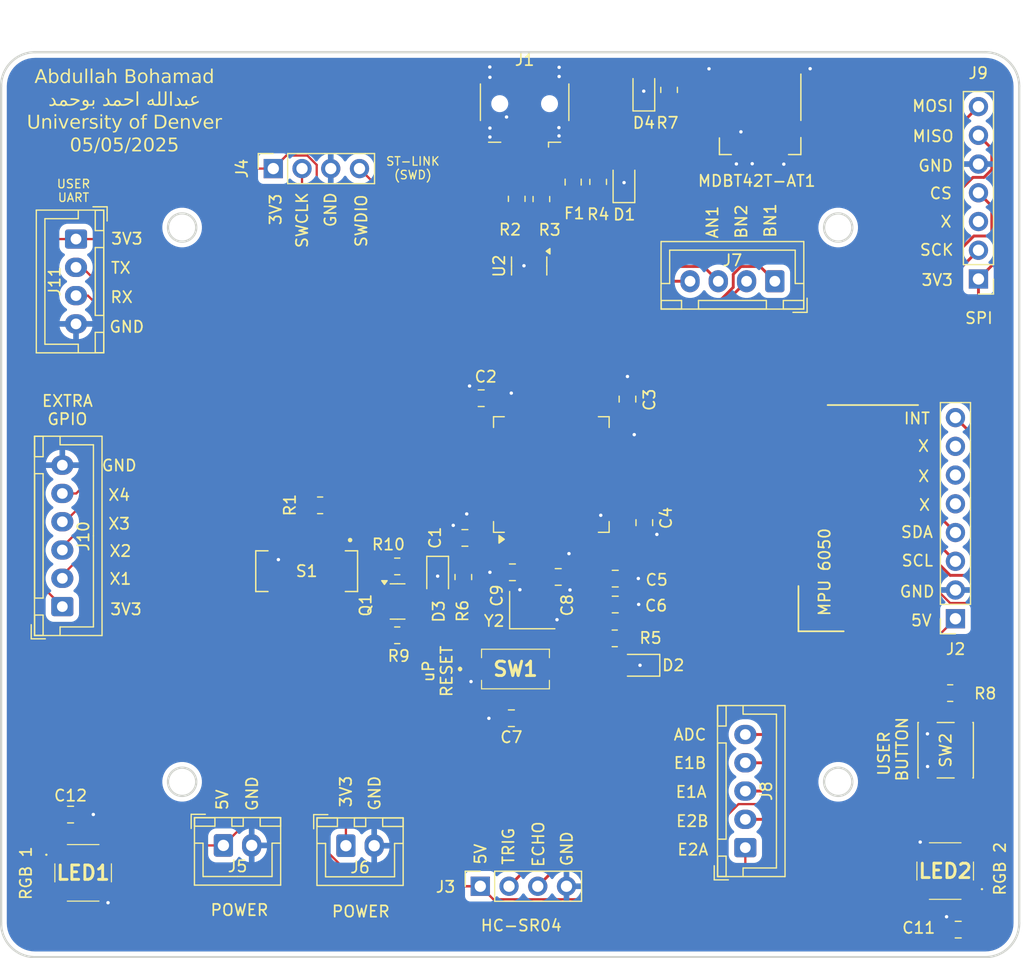
<source format=kicad_pcb>
(kicad_pcb (version 20241229) (generator "pcbnew") (generator_version "9.0")
  (layers (0 "F.Cu" signal) (2 "B.Cu" signal) (13 "F.Paste" user) (15 "B.Paste" user) (5 "F.SilkS" user "F.Silkscreen") (7 "B.SilkS" user "B.Silkscreen") (1 "F.Mask" user) (3 "B.Mask" user) (25 "Edge.Cuts" user))
  (net 0 "")
  (net 2 "/PS2_SCK")
  (net 3 "/PS2_MISO")
  (net 5 "/PS2_CS")
  (net 6 "/PS2_MOSI")
  (net 7 "Net-(U1-PA1)")
  (net 9 "/X4")
  (net 10 "/X3")
  (net 11 "/X1")
  (net 12 "/X2")
  (net 13 "/USER_TX")
  (net 16 "/USER_RX")
  (net 21 "/RESET")
  (net 28 "+3V3")
  (net 29 "GND")
  (net 33 "Net-(R1-Pad2)")
  (net 34 "/BOOT")
  (net 35 "/OSC_OUT")
  (net 36 "/OSC_IN")
  (net 37 "Net-(D1-A)")
  (net 39 "/D+")
  (net 40 "/D-")
  (net 41 "Net-(J1-VBUS)")
  (net 42 "/USB_CONN_D+")
  (net 43 "/USB_CONN_D-")
  (net 44 "Vusb")
  (net 45 "/USB_D+")
  (net 46 "/USB_D-")
  (net 47 "Net-(D2-A)")
  (net 48 "Net-(D3-A)")
  (net 49 "/USER_LED")
  (net 51 "+5V")
  (net 52 "/IMU_INT")
  (net 54 "/IMU_I2C_SCL")
  (net 56 "/IMU_I2C_SDA")
  (net 65 "Net-(D4-A)")
  (net 66 "/BL_WAKEUP")
  (net 67 "/BL_RX")
  (net 68 "/BL_TX")
  (net 69 "Net-(MDBT42T-AT1-INDICATOR)")
  (net 70 "/ULTRA_TRIG")
  (net 71 "/ULTRA_ECHO")
  (net 72 "/SWCLK")
  (net 73 "/SWDIO")
  (net 74 "/uBUTTON")
  (net 75 "/BN1")
  (net 76 "/AN1")
  (net 77 "/AN2")
  (net 78 "/BN2")
  (net 79 "/E2A")
  (net 80 "/E2B")
  (net 81 "/E1A")
  (net 82 "/E1B")
  (net 83 "/PWR_ADC")
  (net 84 "Net-(LED1-DOUT)")
  (net 85 "Net-(LED1-DIN)")
  (net 87 "/RGB_DIN")
  (footprint "Resistor_SMD:R_0805_2012Metric_Pad1.20x1.40mm_HandSolder" (layer "F.Cu") (at 137.68 42.715 -90)
    (property "Reference" "R2")
    (property "Value" "22")
  )
  (footprint "Package_QFP:LQFP-64_10x10mm_P0.5mm" (layer "F.Cu") (at 140.74 67.085 90)
    (property "Reference" "U1" (hide yes))
    (property "Value" "STM32F103RCTx")
  )
  (footprint "Resistor_SMD:R_0805_2012Metric_Pad1.20x1.40mm_HandSolder" (layer "F.Cu") (at 127.1175 81.3 180)
    (property "Reference" "R9")
    (property "Value" "10k")
  )
  (footprint "Resistor_SMD:R_0805_2012Metric_Pad1.20x1.40mm_HandSolder" (layer "F.Cu") (at 139.86 42.735 90)
    (property "Reference" "R3")
    (property "Value" "22")
  )
  (footprint "Capacitor_SMD:C_0805_2012Metric_Pad1.18x1.45mm_HandSolder" (layer "F.Cu") (at 98.2375 97.15)
    (property "Reference" "C12")
    (property "Value" "0.1uF")
  )
  (footprint "Connector_JST:JST_XH_B2B-XH-A_1x02_P2.50mm_Vertical" (layer "F.Cu") (at 122.58 99.9)
    (property "Reference" "J6")
    (property "Value" "CONN_3V3")
  )
  (footprint "Connector_PinHeader_2.54mm:PinHeader_1x07_P2.54mm_Vertical" (layer "F.Cu") (at 178.5 49.8 180)
    (property "Reference" "J9")
    (property "Value" "CONN_PS2")
  )
  (footprint "Connector_JST:JST_XH_B5B-XH-A_1x05_P2.50mm_Vertical" (layer "F.Cu") (at 157.89 100.07 90)
    (property "Reference" "J8")
    (property "Value" "CONN_HAL")
  )
  (footprint "Connector_PinSocket_2.54mm:PinSocket_1x08_P2.54mm_Vertical" (layer "F.Cu") (at 176.465 79.835 180)
    (property "Reference" "J2")
    (property "Value" "CONN_MPU6050")
  )
  (footprint "LED_SMD:LED_0805_2012Metric_Pad1.15x1.40mm_HandSolder" (layer "F.Cu") (at 148.92 33.085 90)
    (property "Reference" "D4")
    (property "Value" "BL_IND_LED")
  )
  (footprint "Package_TO_SOT_SMD:SOT-23" (layer "F.Cu") (at 127.1475 78.31)
    (property "Reference" "Q1")
    (property "Value" "BSS138")
  )
  (footprint "LED_SMD:LED_0805_2012Metric_Pad1.15x1.40mm_HandSolder" (layer "F.Cu") (at 130.69 76.18 -90)
    (property "Reference" "D3")
    (property "Value" "USER_LED")
  )
  (footprint "Resistor_SMD:R_0805_2012Metric_Pad1.20x1.40mm_HandSolder" (layer "F.Cu") (at 146.3475 81.57)
    (property "Reference" "R5")
    (property "Value" "10k")
  )
  (footprint "RGB_LED:INPI55TATPRPGPB" (layer "F.Cu") (at 99.35 102.3)
    (property "Reference" "LED1")
    (property "Value" "IN-PI55TATPRPGPB" (hide yes))
  )
  (footprint "Fuse:Fuse_0805_2012Metric_Pad1.15x1.40mm_HandSolder" (layer "F.Cu") (at 142.67 41.235 -90)
    (property "Reference" "F1")
    (property "Value" "PTCSMD")
  )
  (footprint "Capacitor_SMD:C_0805_2012Metric_Pad1.18x1.45mm_HandSolder" (layer "F.Cu") (at 137.3 75.73 180)
    (property "Reference" "C9")
    (property "Value" "22pF")
  )
  (footprint "Resistor_SMD:R_0805_2012Metric_Pad1.20x1.40mm_HandSolder" (layer "F.Cu") (at 127.1175 75.21 180)
    (property "Reference" "R10")
    (property "Value" "10k")
  )
  (footprint "Connector_PinSocket_2.54mm:PinSocket_1x04_P2.54mm_Vertical" (layer "F.Cu") (at 116.16 40.04 90)
    (property "Reference" "J4")
    (property "Value" "CONN_SWD")
  )
  (footprint "Resistor_SMD:R_0805_2012Metric_Pad1.20x1.40mm_HandSolder" (layer "F.Cu") (at 176 86.41)
    (property "Reference" "R8")
    (property "Value" "10k")
  )
  (footprint "Connector_JST:JST_XH_B4B-XH-A_1x04_P2.50mm_Vertical" (layer "F.Cu") (at 98.72 46.27 -90)
    (property "Reference" "J11")
    (property "Value" "CONN_UART")
  )
  (footprint "MDBT42T-AT:MDBT42T" (layer "F.Cu") (at 159.2 33.2)
    (property "Reference" "MDBT42T-AT1" (hide yes))
    (property "Value" "MDBT42T-AT" (hide yes))
  )
  (footprint "Capacitor_SMD:C_0805_2012Metric_Pad1.18x1.45mm_HandSolder" (layer "F.Cu") (at 134.54 60.34 180)
    (property "Reference" "C2")
    (property "Value" "0.1uF")
  )
  (footprint "Resistor_SMD:R_0805_2012Metric_Pad1.20x1.40mm_HandSolder" (layer "F.Cu") (at 132.96 76.15 -90)
    (property "Reference" "R6")
    (property "Value" "10k")
  )
  (footprint "Resistor_SMD:R_0805_2012Metric_Pad1.20x1.40mm_HandSolder" (layer "F.Cu") (at 151.15 33.085 90)
    (property "Reference" "R7")
    (property "Value" "10k")
  )
  (footprint "Capacitor_SMD:C_0805_2012Metric_Pad1.18x1.45mm_HandSolder" (layer "F.Cu") (at 148.96 71.34 -90)
    (property "Reference" "C4")
    (property "Value" "0.1uF")
  )
  (footprint "Package_TO_SOT_SMD:SOT-23-6" (layer "F.Cu") (at 138.78 48.6475 -90)
    (property "Reference" "U2")
    (property "Value" "USBLC6-2SC6")
  )
  (footprint "Capacitor_SMD:C_0805_2012Metric_Pad1.18x1.45mm_HandSolder" (layer "F.Cu") (at 146.39 76.29)
    (property "Reference" "C5")
    (property "Value" "0.1uF")
  )
  (footprint "Connector_PinSocket_2.54mm:PinSocket_1x04_P2.54mm_Vertical" (layer "F.Cu") (at 134.46 103.485 90)
    (property "Reference" "J3")
    (property "Value" "CONN_ULTRA")
  )
  (footprint "Connector_JST:JST_XH_B4B-XH-A_1x04_P2.50mm_Vertical" (layer "F.Cu") (at 160.5 50 180)
    (property "Reference" "J7")
    (property "Value" "CONN_DRIVE")
  )
  (footprint "Crystal:Crystal_SMD_Abracon_ABM8G-4Pin_3.2x2.5mm" (layer "F.Cu") (at 139.0525 79.07)
    (property "Reference" "Y2")
    (property "Value" "16MHz")
  )
  (footprint "SW_uP_Reset:SW_uP_Reset" (layer "F.Cu") (at 137.57 84.28)
    (property "Reference" "SW1")
    (property "Value" "SW_uP_Reset" (hide yes))
  )
  (footprint "Capacitor_SMD:C_0805_2012Metric_Pad1.18x1.45mm_HandSolder" (layer "F.Cu") (at 146.39 78.58)
    (property "Reference" "C6")
    (property "Value" "10uF")
  )
  (footprint "Connector_JST:JST_XH_B2B-XH-A_1x02_P2.50mm_Vertical" (layer "F.Cu") (at 111.75 99.875)
    (property "Reference" "J5")
    (property "Value" "CONN_5V")
  )
  (footprint "LED_SMD:LED_0805_2012Metric_Pad1.15x1.40mm_HandSolder" (layer "F.Cu") (at 148.4675 83.95 180)
    (property "Reference" "D2")
    (property "Value" "uP_PWR_LED")
  )
  (footprint "Capacitor_SMD:C_0805_2012Metric_Pad1.18x1.45mm_HandSolder" (layer "F.Cu") (at 133.1 72.69 180)
    (property "Reference" "C1")
    (property "Value" "0.1uF")
  )
  (footprint "RGB_LED:INPI55TATPRPGPB" (layer "F.Cu") (at 175.56 102.14 180)
    (property "Reference" "LED2")
    (property "Value" "IN-PI55TATPRPGPB" (hide yes))
  )
  (footprint "Capacitor_SMD:C_0805_2012Metric_Pad1.18x1.45mm_HandSolder" (layer "F.Cu") (at 141.35 76.14)
    (property "Reference" "C8")
    (property "Value" "22pF")
  )
  (footprint "Resistor_SMD:R_0805_2012Metric_Pad1.20x1.40mm_HandSolder" (layer "F.Cu") (at 120.3 69.81 180)
    (property "Reference" "R1")
    (property "Value" "10k")
  )
  (footprint "Connector_JST:JST_XH_B6B-XH-A_1x06_P2.50mm_Vertical" (layer "F.Cu") (at 97.51 78.76 90)
    (property "Reference" "J10")
    (property "Value" "CONN_TRACK")
  )
  (footprint "Capacitor_SMD:C_0805_2012Metric_Pad1.18x1.45mm_HandSolder" (layer "F.Cu") (at 147.47 60.42 90)
    (property "Reference" "C3")
    (property "Value" "0.1uF")
  )
  (footprint "Button_Switch_SMD:SW_SPST_PTS647_Sx50" (layer "F.Cu") (at 175.6 91.46 -90)
    (property "Reference" "SW2")
    (property "Value" "SW_USER")
  )
  (footprint "LED_SMD:LED_0805_2012Metric_Pad1.15x1.40mm_HandSolder" (layer "F.Cu") (at 147.16 41.185 90)
    (property "Reference" "D1")
    (property "Value" "USB_PWR_LED")
  )
  (footprint "SW_uP_Boot:SW_uP_Boot" (layer "F.Cu") (at 119.11 75.63 180)
    (property "Reference" "S1")
    (property "Value" "JS202011SCQN")
  )
  (footprint "Capacitor_SMD:C_0805_2012Metric_Pad1.18x1.45mm_HandSolder" (layer "F.Cu") (at 176.71 107.32 180)
    (property "Reference" "C11")
    (property "Value" "0.1uF")
  )
  (footprint "Connector_USB:USB_Mini-B_Lumberg_2486_01_Horizontal" (layer "F.Cu") (at 138.38 34.3 180)
    (property "Reference" "J1")
    (property "Value" "USB_B_Mini")
  )
  (footprint "Capacitor_SMD:C_0805_2012Metric_Pad1.18x1.45mm_HandSolder" (layer "F.Cu") (at 137.21 88.63 180)
    (property "Reference" "C7")
    (property "Value" "0.01uF")
  )
  (footprint "Resistor_SMD:R_0805_2012Metric_Pad1.20x1.40mm_HandSolder" (layer "F.Cu") (at 144.88 41.215 90)
    (property "Reference" "R4")
    (property "Value" "10k")
  )
  (gr_line (start 162.585 80.945) (end 166.585 80.945) (stroke (width 0.15)) (layer "F.SilkS"))
  (gr_line (start 162.585 80.945) (end 162.585 76.945) (stroke (width 0.15)) (layer "F.SilkS"))
  (gr_line (start 173.165 60.945) (end 165.165 60.945) (stroke (width 0.15)) (layer "F.SilkS"))
  (gr_arc (start 179.1 29.750001) (mid 181.22132 30.628681) (end 182.1 32.750001) (stroke (width 0.2)) (layer "Edge.Cuts"))
  (gr_arc (start 182.1 106.750001) (mid 181.22132 108.871321) (end 179.1 109.750001) (stroke (width 0.2)) (layer "Edge.Cuts"))
  (gr_line (start 179.1 29.750001) (end 95.100001 29.750001) (stroke (width 0.2)) (layer "Edge.Cuts"))
  (gr_circle (center 108.1 94.250001) (end 109.35 94.250001) (stroke (width 0.2)) (fill no) (layer "Edge.Cuts"))
  (gr_circle (center 108.1 45.250001) (end 109.35 45.250001) (stroke (width 0.2)) (fill no) (layer "Edge.Cuts"))
  (gr_line (start 179.1 109.750001) (end 95.100001 109.750001) (stroke (width 0.2)) (layer "Edge.Cuts"))
  (gr_arc (start 95.100001 109.750001) (mid 92.97868 108.871321) (end 92.1 106.75) (stroke (width 0.2)) (layer "Edge.Cuts"))
  (gr_arc (start 92.1 32.750002) (mid 92.97868 30.628681) (end 95.100001 29.750001) (stroke (width 0.2)) (layer "Edge.Cuts"))
  (gr_line (start 182.1 106.750001) (end 182.1 32.750001) (stroke (width 0.2)) (layer "Edge.Cuts"))
  (gr_circle (center 166.1 94.250001) (end 167.35 94.250001) (stroke (width 0.2)) (fill no) (layer "Edge.Cuts"))
  (gr_circle (center 166.1 45.250001) (end 167.35 45.250001) (stroke (width 0.2)) (fill no) (layer "Edge.Cuts"))
  (gr_line (start 92.1 106.75) (end 92.1 32.750002) (stroke (width 0.2)) (layer "Edge.Cuts"))
  (gr_text "5V" (at 111.65 95.84 90) (layer "F.SilkS") (effects (font (size 1 1))))
  (gr_text "X2" (at 102.65 73.85 0) (layer "F.SilkS") (effects (font (size 1 1))))
  (gr_text "ECHO" (at 139.6 99.77 90) (layer "F.SilkS") (effects (font (size 1 1))))
  (gr_text "E1B" (at 153 92.59 0) (layer "F.SilkS") (effects (font (size 1 1))))
  (gr_text "AN1" (at 154.98 44.77 90) (layer "F.SilkS") (effects (font (size 1 1))))
  (gr_text "X" (at 173.73 69.78 0) (layer "F.SilkS") (effects (font (size 1 1))))
  (gr_text "GND" (at 121.22 43.68 90) (layer "F.SilkS") (effects (font (size 1 1))))
  (gr_text "MOSI" (at 174.46 34.51 0) (layer "F.SilkS") (effects (font (size 1 1))))
  (gr_text "3V3" (at 103.22 46.24 0) (layer "F.SilkS") (effects (font (size 1 1))))
  (gr_text "E2A" (at 153.25 100.25 0) (layer "F.SilkS") (effects (font (size 1 1))))
  (gr_text "TX" (at 102.68 48.82 0) (layer "F.SilkS") (effects (font (size 1 1))))
  (gr_text "GND" (at 103.21 54.03 0) (layer "F.SilkS") (effects (font (size 1 1))))
  (gr_text "HC-SR04" (at 138.08 106.96 0) (layer "F.SilkS") (effects (font (size 1 1))))
  (gr_text "3V3" (at 116.37 43.65 90) (layer "F.SilkS") (effects (font (size 1 1))))
  (gr_text "E1A" (at 153.1 95.15 0) (layer "F.SilkS") (effects (font (size 1 1))))
  (gr_text "X" (at 175.63 44.74 0) (layer "F.SilkS") (effects (font (size 1 1))))
  (gr_text "RX" (at 102.75 51.41 0) (layer "F.SilkS") (effects (font (size 1 1))))
  (gr_text "X4" (at 102.54 68.9 0) (layer "F.SilkS") (effects (font (size 1 1))))
  (gr_text "SCL" (at 173.1 74.7 0) (layer "F.SilkS") (effects (font (size 1 1))))
  (gr_text "SDA" (at 173.06 72.18 0) (layer "F.SilkS") (effects (font (size 1 1))))
  (gr_text "POWER" (at 123.9 105.72 0) (layer "F.SilkS") (effects (font (size 1 1))))
  (gr_text "GND" (at 125.12 95.26 90) (layer "F.SilkS") (effects (font (size 1 1))))
  (gr_text "3V3" (at 174.86 49.89 0) (layer "F.SilkS") (effects (font (size 1 1))))
  (gr_text "GND" (at 114.29 95.3 90) (layer "F.SilkS") (effects (font (size 1 1))))
  (gr_text "Abdullah Bohamad\nعبدالله احمد بوحمد\nUniversity of Denver\n05/05/2025" (at 103 35 0) (layer "F.SilkS") (effects (font (size 1.2 1.2))))
  (gr_text "3V3" (at 103.14 79 0) (layer "F.SilkS") (effects (font (size 1 1))))
  (gr_text "MPU 6050" (at 165.485 79.685 90) (layer "F.SilkS") (effects (font (size 1 1)) (justify left bottom)))
  (gr_text "ADC" (at 153 90.09 0) (layer "F.SilkS") (effects (font (size 1 1))))
  (gr_text "uP \nRESET " (at 130.68 84.1 90) (layer "F.SilkS") (effects (font (size 1 1))))
  (gr_text "RGB 1" (at 94.29 102.33 90) (layer "F.SilkS") (effects (font (size 1 1))))
  (gr_text "5V" (at 173.45 79.99 0) (layer "F.SilkS") (effects (font (size 1 1))))
  (gr_text "INT" (at 173.06 62.13 0) (layer "F.SilkS") (effects (font (size 1 1))))
  (gr_text "SWDIO" (at 123.94 44.66 90) (layer "F.SilkS") (effects (font (size 1 1))))
  (gr_text "GND" (at 173.08 77.44 0) (layer "F.SilkS") (effects (font (size 1 1))))
  (gr_text "3V3" (at 122.58 95.11 90) (layer "F.SilkS") (effects (font (size 1 1))))
  (gr_text "SCK" (at 174.81 47.23 0) (layer "F.SilkS") (effects (font (size 1 1))))
  (gr_text "USER\nUART" (at 98.5 42 0) (layer "F.SilkS") (effects (font (size 0.75 0.75) (thickness 0.115))))
  (gr_text "TRIG" (at 136.95 99.95 90) (layer "F.SilkS") (effects (font (size 1 1))))
  (gr_text "EXTRA\nGPIO" (at 97.96 61.39 0) (layer "F.SilkS") (effects (font (size 1 1))))
  (gr_text "GND\n" (at 174.72 39.79 0) (layer "F.SilkS") (effects (font (size 1 1))))
  (gr_text "GND" (at 102.54 66.29 0) (layer "F.SilkS") (effects (font (size 1 1))))
  (gr_text "X3" (at 102.54 71.44 0) (layer "F.SilkS") (effects (font (size 1 1))))
  (gr_text "X1" (at 102.65 76.31 0) (layer "F.SilkS") (effects (font (size 1 1))))
  (gr_text "X" (at 173.66 67.24 0) (layer "F.SilkS") (effects (font (size 1 1))))
  (gr_text "CS" (at 175.17 42.23 0) (layer "F.SilkS") (effects (font (size 1 1))))
  (gr_text "USER \nBUTTON" (at 170.95 91.37 90) (layer "F.SilkS") (effects (font (size 1 1))))
  (gr_text "BN1" (at 160.1 44.63 90) (layer "F.SilkS") (effects (font (size 1 1))))
  (gr_text "MISO" (at 174.49 37.18 0) (layer "F.SilkS") (effects (font (size 1 1))))
  (gr_text "X" (at 173.64 64.57 0) (layer "F.SilkS") (effects (font (size 1 1))))
  (gr_text "SPI" (at 178.54 53.26 0) (layer "F.SilkS") (effects (font (size 1 1))))
  (gr_text "MDBT42T-AT1" (at 158.9 41.13 0) (layer "F.SilkS") (effects (font (size 1 1))))
  (gr_text "GND" (at 142.11 100.17 90) (layer "F.SilkS") (effects (font (size 1 1))))
  (gr_text "SWCLK" (at 118.71 44.6 90) (layer "F.SilkS") (effects (font (size 1 1))))
  (gr_text "ST-LINK\n(SWD)" (at 128.5 40 0) (layer "F.SilkS") (effects (font (size 0.75 0.75) (thickness 0.115))))
  (gr_text "5V" (at 134.48 100.64 90) (layer "F.SilkS") (effects (font (size 1 1))))
  (gr_text "POWER" (at 113.17 105.59 0) (layer "F.SilkS") (effects (font (size 1 1))))
  (gr_text "RGB 2" (at 180.4 101.94 90) (layer "F.SilkS") (effects (font (size 1 1))))
  (gr_text "E2B" (at 153.21 97.73 0) (layer "F.SilkS") (effects (font (size 1 1))))
  (gr_text "BN2" (at 157.54 44.72 90) (layer "F.SilkS") (effects (font (size 1 1))))
  (segment (start 177 56) (end 174 56) (width 0.254) (layer "F.Cu") (net 2))
  (segment (start 146.737433 60.542) (end 144.766433 62.513) (width 0.254) (layer "F.Cu") (net 2))
  (segment (start 144.245992 62.513) (end 143.99 62.257008) (width 0.254) (layer "F.Cu") (net 2))
  (segment (start 178.5 47.26) (end 177 48.76) (width 0.254) (layer "F.Cu") (net 2))
  (segment (start 143.99 62.257008) (end 143.99 61.41) (width 0.254) (layer "F.Cu") (net 2))
  (segment (start 177 48.76) (end 177 56) (width 0.254) (layer "F.Cu") (net 2))
  (segment (start 144.766433 62.513) (end 144.245992 62.513) (width 0.254) (layer "F.Cu") (net 2))
  (segment (start 168.9975 61.0025) (end 162 61.0025) (width 0.254) (layer "F.Cu") (net 2))
  (segment (start 161.5395 60.542) (end 146.737433 60.542) (width 0.254) (layer "F.Cu") (net 2))
  (segment (start 162 61.0025) (end 161.5395 60.542) (width 0.254) (layer "F.Cu") (net 2))
  (segment (start 174 56) (end 168.9975 61.0025) (width 0.254) (layer "F.Cu") (net 2))
  (segment (start 179.678 40.127944) (end 179.678 38.278) (width 0.254) (layer "F.Cu") (net 3))
  (segment (start 178.012056 40.818) (end 178.987944 40.818) (width 0.254) (layer "F.Cu") (net 3))
  (segment (start 179.678 38.278) (end 178.5 37.1) (width 0.254) (layer "F.Cu") (net 3))
  (segment (start 170.5 56.5) (end 170.5 48.330056) (width 0.254) (layer "F.Cu") (net 3))
  (segment (start 178.987944 40.818) (end 179.678 40.127944) (width 0.254) (layer "F.Cu") (net 3))
  (segment (start 147.5 56.5) (end 170.5 56.5) (width 0.254) (layer "F.Cu") (net 3))
  (segment (start 170.5 48.330056) (end 178.012056 40.818) (width 0.254) (layer "F.Cu") (net 3))
  (segment (start 143.49 61.41) (end 143.49 60.51) (width 0.254) (layer "F.Cu") (net 3))
  (segment (start 143.49 60.51) (end 147.5 56.5) (width 0.254) (layer "F.Cu") (net 3))
  (segment (start 173.5 55.5) (end 168.5 60.5) (width 0.254) (layer "F.Cu") (net 5))
  (segment (start 168 60) (end 149 60) (width 0.254) (layer "F.Cu") (net 5))
  (segment (start 168.5 60.5) (end 168 60) (width 0.254) (layer "F.Cu") (net 5))
  (segment (start 179.678 45.822) (end 179.5 46) (width 0.254) (layer "F.Cu") (net 5))
  (segment (start 149 59.061873) (end 147.730127 57.792) (width 0.254) (layer "F.Cu") (net 5))
  (segment (start 178.094056 46) (end 175.5 48.594056) (width 0.254) (layer "F.Cu") (net 5))
  (segment (start 147.730127 57.792) (end 147.208 57.792) (width 0.254) (layer "F.Cu") (net 5))
  (segment (start 149 60) (end 149 59.061873) (width 0.254) (layer "F.Cu") (net 5))
  (segment (start 178.5 42.18) (end 179.678 43.358) (width 0.254) (layer "F.Cu") (net 5))
  (segment (start 147.208 57.792) (end 144.49 60.51) (width 0.254) (layer "F.Cu") (net 5))
  (segment (start 144.49 60.51) (end 144.49 61.41) (width 0.254) (layer "F.Cu") (net 5))
  (segment (start 175.5 55.5) (end 173.5 55.5) (width 0.254) (layer "F.Cu") (net 5))
  (segment (start 179.678 43.358) (end 179.678 45.822) (width 0.254) (layer "F.Cu") (net 5))
  (segment (start 179.5 46) (end 178.094056 46) (width 0.254) (layer "F.Cu") (net 5))
  (segment (start 175.5 48.594056) (end 175.5 55.5) (width 0.254) (layer "F.Cu") (net 5))
  (segment (start 166 54) (end 169 51) (width 0.254) (layer "F.Cu") (net 6))
  (segment (start 142.99 60.366533) (end 149.356533 54) (width 0.254) (layer "F.Cu") (net 6))
  (segment (start 149.356533 54) (end 166 54) (width 0.254) (layer "F.Cu") (net 6))
  (segment (start 142.99 61.41) (end 142.99 60.366533) (width 0.254) (layer "F.Cu") (net 6))
  (segment (start 169 44.06) (end 178.5 34.56) (width 0.254) (layer "F.Cu") (net 6))
  (segment (start 169 51) (end 169 44.06) (width 0.254) (layer "F.Cu") (net 6))
  (segment (start 143.99 72.76) (end 144.49 72.76) (width 0.254) (layer "F.Cu") (net 7))
  (segment (start 98.74 68.76) (end 102.165 65.335) (width 0.2) (layer "F.Cu") (net 9))
  (segment (start 97.51 68.76) (end 98.74 68.76) (width 0.2) (layer "F.Cu") (net 9))
  (segment (start 102.165 65.335) (end 135.065 65.335) (width 0.2) (layer "F.Cu") (net 9))
  (segment (start 103.165 65.835) (end 135.065 65.835) (width 0.2) (layer "F.Cu") (net 10))
  (segment (start 97.51 71.26) (end 97.74 71.26) (width 0.2) (layer "F.Cu") (net 10))
  (segment (start 97.74 71.26) (end 103.165 65.835) (width 0.2) (layer "F.Cu") (net 10))
  (segment (start 106.665 66.835) (end 135.065 66.835) (width 0.2) (layer "F.Cu") (net 11))
  (segment (start 97.51 76.26) (end 97.51 75.99) (width 0.2) (layer "F.Cu") (net 11))
  (segment (start 97.51 75.99) (end 106.665 66.835) (width 0.2) (layer "F.Cu") (net 11))
  (segment (start 104.665 66.335) (end 135.065 66.335) (width 0.2) (layer "F.Cu") (net 12))
  (segment (start 97.51 73.76) (end 97.51 73.49) (width 0.2) (layer "F.Cu") (net 12))
  (segment (start 97.51 73.49) (end 104.665 66.335) (width 0.2) (layer "F.Cu") (net 12))
  (segment (start 114.835 64.335) (end 135.065 64.335) (width 0.2) (layer "F.Cu") (net 13))
  (segment (start 99.27 48.77) (end 114.835 64.335) (width 0.2) (layer "F.Cu") (net 13))
  (segment (start 98.72 48.77) (end 99.27 48.77) (width 0.2) (layer "F.Cu") (net 13))
  (segment (start 99.77 51.27) (end 112.5 64) (width 0.2) (layer "F.Cu") (net 16))
  (segment (start 112.5 64) (end 113.384 64.884) (width 0.2) (layer "F.Cu") (net 16))
  (segment (start 113.384 64.884) (end 134.5 64.884) (width 0.2) (layer "F.Cu") (net 16))
  (segment (start 98.72 51.27) (end 99.77 51.27) (width 0.2) (layer "F.Cu") (net 16))
  (segment (start 140.92 84.28) (end 141.875028 83.324972) (width 0.2) (layer "F.Cu") (net 21))
  (segment (start 141.875028 83.324972) (end 141.875028 77.624971) (width 0.2) (layer "F.Cu") (net 21))
  (segment (start 140.92 85.9575) (end 138.2475 88.63) (width 0.2) (layer "F.Cu") (net 21))
  (segment (start 141.875028 77.624971) (end 141.201 76.950943) (width 0.2) (layer "F.Cu") (net 21))
  (segment (start 139.99 73.568824) (end 139.99 72.76) (width 0.2) (layer "F.Cu") (net 21))
  (segment (start 140.92 84.28) (end 140.92 85.9575) (width 0.2) (layer "F.Cu") (net 21))
  (segment (start 141.201 76.950943) (end 141.201 74.779824) (width 0.2) (layer "F.Cu") (net 21))
  (segment (start 141.201 74.779824) (end 139.99 73.568824) (width 0.2) (layer "F.Cu") (net 21))
  (segment (start 175 93.44616) (end 176.71484 95.161) (width 0.2) (layer "F.Cu") (net 28))
  (segment (start 129.5 80) (end 127.583532 80) (width 0.254) (layer "F.Cu") (net 28))
  (segment (start 129.5 74.745658) (end 129.5 80) (width 0.254) (layer "F.Cu") (net 28))
  (segment (start 147.295 63.335) (end 147.47 63.16) (width 0.254) (layer "F.Cu") (net 28))
  (segment (start 127.306532 78.911) (end 126.21 77.814468) (width 0.2) (layer "F.Cu") (net 28))
  (segment (start 134.1375 72.69) (end 133.0845 73.743) (width 0.254) (layer "F.Cu") (net 28))
  (segment (start 133.78 71.21) (end 133.78 72.3325) (width 0.254) (layer "F.Cu") (net 28))
  (segment (start 146.415 69.835) (end 148.4925 69.835) (width 0.254) (layer "F.Cu") (net 28))
  (segment (start 117.311 38.889) (end 119.17676 38.889) (width 0.2) (layer "F.Cu") (net 28))
  (segment (start 121.61 73.89) (end 121.61 72.88) (width 0.2) (layer "F.Cu") (net 28))
  (segment (start 107.46 40.04) (end 116.16 40.04) (width 0.2) (layer "F.Cu") (net 28))
  (segment (start 145.3525 78.58) (end 145.3525 76.29) (width 0.508) (layer "F.Cu") (net 28))
  (segment (start 147.47 61.4575) (end 172.5425 61.4575) (width 0.254) (layer "F.Cu") (net 28))
  (segment (start 135.6475 60.27) (end 135.5775 60.34) (width 0.254) (layer "F.Cu") (net 28))
  (segment (start 147.47 63.16) (end 147.47 61.4575) (width 0.254) (layer "F.Cu") (net 28))
  (segment (start 133.0845 73.743) (end 130.502658 73.743) (width 0.254) (layer "F.Cu") (net 28))
  (segment (start 176.71484 95.161) (end 177.839 95.161) (width 0.2) (layer "F.Cu") (net 28))
  (segment (start 127.2165 82.2835) (end 126 83.5) (width 0.2) (layer "F.Cu") (net 28))
  (segment (start 98.72 46.27) (end 101.23 46.27) (width 0.2) (layer "F.Cu") (net 28))
  (segment (start 142.99 71.5) (end 142.99 70.305) (width 0.254) (layer "F.Cu") (net 28))
  (segment (start 180.962648 47.337352) (end 180.962648 32.951559) (width 0.254) (layer "F.Cu") (net 28))
  (segment (start 126.21 77.814468) (end 126.21 77.36) (width 0.2) (layer "F.Cu") (net 28))
  (segment (start 127.583532 80) (end 127.235591 79.652059) (width 0.254) (layer "F.Cu") (net 28))
  (segment (start 127.306532 79.542936) (end 127.306532 78.911) (width 0.2) (layer "F.Cu") (net 28))
  (segment (start 126.21 75.975) (end 126.21 77.36) (width 0.2) (layer "F.Cu") (net 28))
  (segment (start 179.5 93.5) (end 179.5 56.5) (width 0.2) (layer "F.Cu") (net 28))
  (segment (start 142.99 70.305) (end 142.52 69.835) (width 0.254) (layer "F.Cu") (net 28))
  (segment (start 120 44.27) (end 136 60.27) (width 0.2) (layer "F.Cu") (net 28))
  (segment (start 142.99 72.76) (end 142.99 71.5) (width 0.254) (layer "F.Cu") (net 28))
  (segment (start 119.17676 38.889) (end 120 39.71224) (width 0.2) (layer "F.Cu") (net 28))
  (segment (start 136 60.27) (end 135.6475 60.27) (width 0.254) (layer "F.Cu") (net 28))
  (segment (start 122.58 84.42) (end 122.58 99.9) (width 0.2) (layer "F.Cu") (net 28))
  (segment (start 136.99 61.41) (end 136.99 60.6) (width 0.254) (layer "F.Cu") (net 28))
  (segment (start 123 84) (end 122.58 84.42) (width 0.2) (layer "F.Cu") (net 28))
  (segment (start 126.1175 75.21) (end 126.1175 75.8825) (width 0.2) (layer "F.Cu") (net 28))
  (segment (start 144.93 69.385) (end 144.48 69.835) (width 0.254) (layer "F.Cu") (net 28))
  (segment (start 142.99 73.9275) (end 145.3525 76.29) (width 0.254) (layer "F.Cu") (net 28))
  (segment (start 130.502658 73.743) (end 129.5 74.745658) (width 0.254) (layer "F.Cu") (net 28))
  (segment (start 180.962648 32.951559) (end 162.504441 32.951559) (width 0.254) (layer "F.Cu") (net 28))
  (segment (start 145.155 63.335) (end 144.93 63.56) (width 0.254) (layer "F.Cu") (net 28))
  (segment (start 172.5425 61.4575) (end 178.5 55.5) (width 0.254) (layer "F.Cu") (net 28))
  (segment (start 175 86.41) (end 175 93.44616) (width 0.2) (layer "F.Cu") (net 28))
  (segment (start 177.839 95.161) (end 179.5 93.5) (width 0.2) (layer "F.Cu") (net 28))
  (segment (start 136.99 60.6) (end 136.66 60.27) (width 0.254) (layer "F.Cu") (net 28))
  (segment (start 121.61 72.88) (end 123.7875 72.88) (width 0.2) (layer "F.Cu") (net 28))
  (segment (start 179.5 56.5) (end 178.5 55.5) (width 0.2) (layer "F.Cu") (net 28))
  (segment (start 93.5 74.75) (end 93.5 46.299) (width 0.2) (layer "F.Cu") (net 28))
  (segment (start 133.78 72.3325) (end 134.1375 72.69) (width 0.254) (layer "F.Cu") (net 28))
  (segment (start 160.6 34.856) (end 160.6 38.4) (width 0.254) (layer "F.Cu") (net 28))
  (segment (start 93.471 46.27) (end 98.72 46.27) (width 0.2) (layer "F.Cu") (net 28))
  (segment (start 127.2165 79.632968) (end 127.2165 82.2835) (width 0.2) (layer "F.Cu") (net 28))
  (segment (start 144.48 69.835) (end 142.52 69.835) (width 0.254) (layer "F.Cu") (net 28))
  (segment (start 142.52 69.835) (end 141.52 70.835) (width 0.254) (layer "F.Cu") (net 28))
  (segment (start 162.504441 32.951559) (end 160.6 34.856) (width 0.254) (layer "F.Cu") (net 28))
  (segment (start 144.93 63.56) (end 144.93 69.385) (width 0.254) (layer "F.Cu") (net 28))
  (segment (start 93.5 46.299) (end 93.471 46.27) (width 0.2) (layer "F.Cu") (net 28))
  (segment (start 138.06 63.56) (end 136.99 62.49) (width 0.254) (layer "F.Cu") (net 28))
  (segment (start 101.23 46.27) (end 107.46 40.04) (width 0.2) (layer "F.Cu") (net 28))
  (segment (start 127.2165 79.632968) (end 127.306532 79.542936) (width 0.2) (layer "F.Cu") (net 28))
  (segment (start 123.7875 72.88) (end 126.1175 75.21) (width 0.2) (layer "F.Cu") (net 28))
  (segment (start 148.4925 69.835) (end 148.96 70.3025) (width 0.254) (layer "F.Cu") (net 28))
  (segment (start 141.52 70.835) (end 135.065 70.835) (width 0.254) (layer "F.Cu") (net 28))
  (segment (start 97.51 78.76) (end 93.5 74.75) (width 0.2) (layer "F.Cu") (net 28))
  (segment (start 142.99 72.76) (end 142.99 73.9275) (width 0.254) (layer "F.Cu") (net 28))
  (segment (start 145.3475 78.585) (end 145.3525 78.58) (width 0.508) (layer "F.Cu") (net 28))
  (segment (start 160.5 38.3) (end 160.6 38.4) (width 0.2) (layer "F.Cu") (net 28))
  (segment (start 145.3475 81.57) (end 145.3475 78.585) (width 0.508) (layer "F.Cu") (net 28))
  (segment (start 126 83.5) (end 123 83.5) (width 0.2) (layer "F.Cu") (net 28))
  (segment (start 116.16 40.04) (end 117.311 38.889) (width 0.2) (layer "F.Cu") (net 28))
  (segment (start 178.5 49.8) (end 180.962648 47.337352) (width 0.254) (layer "F.Cu") (net 28))
  (segment (start 120 39.71224) (end 120 44.27) (width 0.2) (layer "F.Cu") (net 28))
  (segment (start 134.155 70.835) (end 133.78 71.21) (width 0.254) (layer "F.Cu") (net 28))
  (segment (start 146.415 63.335) (end 147.295 63.335) (width 0.254) (layer "F.Cu") (net 28))
  (segment (start 144.93 63.56) (end 138.06 63.56) (width 0.254) (layer "F.Cu") (net 28))
  (segment (start 136.99 62.49) (end 136.99 61.41) (width 0.254) (layer "F.Cu") (net 28))
  (segment (start 123 83.5) (end 123 84) (width 0.2) (layer "F.Cu") (net 28))
  (segment (start 146.415 69.835) (end 144.48 69.835) (width 0.254) (layer "F.Cu") (net 28))
  (segment (start 135.065 70.835) (end 134.155 70.835) (width 0.254) (layer "F.Cu") (net 28))
  (segment (start 146.415 63.335) (end 145.155 63.335) (width 0.254) (layer "F.Cu") (net 28))
  (segment (start 136.66 60.27) (end 136 60.27) (width 0.254) (layer "F.Cu") (net 28))
  (segment (start 126.1175 75.8825) (end 126.21 75.975) (width 0.2) (layer "F.Cu") (net 28))
  (segment (start 178.5 55.5) (end 178.5 49.8) (width 0.254) (layer "F.Cu") (net 28))
  (segment (start 145.465 70.335) (end 145.11 70.69) (width 0.254) (layer "F.Cu") (net 29))
  (segment (start 137.96 77.27) (end 137.96 78.2125) (width 0.508) (layer "F.Cu") (net 29))
  (segment (start 148.43 76.28) (end 147.4375 76.28) (width 0.508) (layer "F.Cu") (net 29))
  (segment (start 173.36 99.59) (end 173.35 99.58) (width 0.508) (layer "F.Cu") (net 29))
  (segment (start 135.31 75.73) (end 136.2625 75.73) (width 0.508) (layer "F.Cu") (net 29))
  (segment (start 161.3 39.64) (end 161.29 39.65) (width 0.381) (layer "F.Cu") (net 29))
  (segment (start 175.6725 106.1875) (end 175.68 106.18) (width 0.508) (layer "F.Cu") (net 29))
  (segment (start 100.24 97.15) (end 100.25 97.14) (width 0.508) (layer "F.Cu") (net 29))
  (segment (start 135.065 70.335) (end 133.495 70.335) (width 0.254) (layer "F.Cu") (net 29))
  (segment (start 156.462056 36.7915) (end 156.353556 36.9) (width 0.381) (layer "F.Cu") (net 29))
  (segment (start 174 88.835) (end 174 90) (width 0.508) (layer "F.Cu") (net 29))
  (segment (start 161.3 38.4) (end 161.3 39.64) (width 0.381) (layer "F.Cu") (net 29))
  (segment (start 173.36 100.54) (end 173.36 99.59) (width 0.508) (layer "F.Cu") (net 29))
  (segment (start 137.96 78.2125) (end 137.9525 78.22) (width 0.508) (layer "F.Cu") (net 29))
  (segment (start 147.4375 78.57) (end 147.4275 78.58) (width 0.508) (layer "F.Cu") (net 29))
  (segment (start 141.24 79.92) (end 140.1525 79.92) (width 0.508) (layer "F.Cu") (net 29))
  (segment (start 136.1725 88.63) (end 135.23 88.63) (width 0.508) (layer "F.Cu") (net 29))
  (segment (start 138.78 48.17) (end 138.32 48.63) (width 0.254) (layer "F.Cu") (net 29))
  (segment (start 148.92 34.11) (end 148.92 33.205) (width 0.508) (layer "F.Cu") (net 29))
  (segment (start 138.78 47.51) (end 138.78 48.17) (width 0.254) (layer "F.Cu") (net 29))
  (segment (start 135.23 88.63) (end 135.22 88.64) (width 0.508) (layer "F.Cu") (net 29))
  (segment (start 133.51 60.3325) (end 133.5025 60.34) (width 0.508) (layer "F.Cu") (net 29))
  (segment (start 137.49 61.41) (end 137.49 60.18) (width 0.254) (layer "F.Cu") (net 29))
  (segment (start 133.495 70.335) (end 133.26 70.57) (width 0.254) (layer "F.Cu") (net 29))
  (segment (start 142.39 76.1425) (end 142.3875 76.14) (width 0.508) (layer "F.Cu") (net 29))
  (segment (start 137.49 60.18) (end 137.2 59.89) (width 0.254) (layer "F.Cu") (net 29))
  (segment (start 132.07 71.58) (end 132.07 72.6825) (width 0.508) (layer "F.Cu") (net 29))
  (segment (start 146.415 63.835) (end 147.795 63.835) (width 0.254) (layer "F.Cu") (net 29))
  (segment (start 132.07 72.6825) (end 132.0625 72.69) (width 0.508) (layer "F.Cu") (net 29))
  (segment (start 125.18 100) (end 125.08 99.9) (width 0.2) (layer "F.Cu") (net 29))
  (segment (start 156 31.2) (end 155.98 31.22) (width 0.381) (layer "F.Cu") (net 29))
  (segment (start 147.795 63.835) (end 148.07 63.56) (width 0.254) (layer "F.Cu") (net 29))
  (segment (start 133.64 85.39) (end 133.64 84.86) (width 0.508) (layer "F.Cu") (net 29))
  (segment (start 174 94.085) (end 174 92.9) (width 0.508) (layer "F.Cu") (net 29))
  (segment (start 136.78 37) (end 136.78 35.48) (width 0.381) (layer "F.Cu") (net 29))
  (segment (start 116.61 74.61) (end 116.61 72.88) (width 0.508) (layer "F.Cu") (net 29))
  (segment (start 155.98 31.22) (end 154.68 31.22) (width 0.381) (layer "F.Cu") (net 29))
  (segment (start 147.17 42.2) (end 147.16 42.21) (width 0.508) (layer "F.Cu") (net 29))
  (segment (start 174 90) (end 173.99 90.01) (width 0.508) (layer "F.Cu") (net 29))
  (segment (start 142.39 77.29) (end 142.39 76.1425) (width 0.508) (layer "F.Cu") (net 29))
  (segment (start 148.9625 72.38) (end 148.96 72.3775) (width 0.508) (layer "F.Cu") (net 29))
  (segment (start 130.69 76.07) (end 130.69 75.155) (width 0.508) (layer "F.Cu") (net 29))
  (segment (start 157.1 38.4) (end 157.1 39.63) (width 0.381) (layer "F.Cu") (net 29))
  (segment (start 158.5 38.4) (end 158.5 39.61) (width 0.381) (layer "F.Cu") (net 29))
  (segment (start 147.47 58.42) (end 147.47 59.3825) (width 0.508) (layer "F.Cu") (net 29))
  (segment (start 142.49 72.76) (end 142.49 73.89) (width 0.254) (layer "F.Cu") (net 29))
  (segment (start 133.51 59.26) (end 133.51 60.3325) (width 0.508) (layer "F.Cu") (net 29))
  (segment (start 156.353556 36.9) (end 156 36.9) (width 0.381) (layer "F.Cu") (net 29))
  (segment (start 148.58 83.95) (end 149.4925 83.95) (width 0.508) (layer "F.Cu") (net 29))
  (segment (start 175.6725 107.32) (end 175.6725 106.1875) (width 0.508) (layer "F.Cu") (net 29))
  (segment (start 147.17 41.28) (end 147.17 42.2) (width 0.508) (layer "F.Cu") (net 29))
  (segment (start 133.64 84.86) (end 134.22 84.28) (width 0.508) (layer "F.Cu") (net 29))
  (segment (start 101.55 103.9) (end 101.55 104.94) (width 0.508) (layer "F.Cu") (net 29))
  (segment (start 142.49 73.89) (end 142.3 74.08) (width 0.254) (layer "F.Cu") (net 29))
  (segment (start 147.4375 76.28) (end 147.4275 76.29) (width 0.508) (layer "F.Cu") (net 29))
  (segment (start 157.5 36.7915) (end 156.462056 36.7915) (width 0.381) (layer "F.Cu") (net 29))
  (segment (start 146.415 70.335) (end 145.465 70.335) (width 0.254) (layer "F.Cu") (net 29))
  (segment (start 148.46 78.57) (end 147.4375 78.57) (width 0.508) (layer "F.Cu") (net 29))
  (segment (start 148.92 33.205) (end 148.91 33.195) (width 0.508) (layer "F.Cu") (net 29))
  (segment (start 162.4 31.2) (end 163.61 31.2) (width 0.381) (layer "F.Cu") (net 29))
  (segment (start 150.07 72.38) (end 148.9625 72.38) (width 0.508) (layer "F.Cu") (net 29))
  (segment (start 163.61 31.2) (end 163.62 31.21) (width 0.381) (layer "F.Cu") (net 29))
  (segment (start 99.275 97.15) (end 100.24 97.15) (width 0.508) (layer "F.Cu") (net 29))
  (via (at 135.3 31.06) (size 0.6) (drill 0.3) (layers "F.Cu" "B.Cu") (net 29))
  (via (at 135.31 31.97) (size 0.6) (drill 0.3) (layers "F.Cu" "B.Cu") (net 29))
  (via (at 138.32 48.63) (size 0.6) (drill 0.3) (layers "F.Cu" "B.Cu") (net 29))
  (via (at 101.55 104.94) (size 0.6) (drill 0.3) (layers "F.Cu" "B.Cu") (net 29))
  (via (at 136.78 35.48) (size 0.6) (drill 0.3) (layers "F.Cu" "B.Cu") (net 29))
  (via (at 137.2 59.89) (size 0.6) (drill 0.3) (layers "F.Cu" "B.Cu") (net 29))
  (via (at 135.31 36.46) (size 0.6) (drill 0.3) (layers "F.Cu" "B.Cu") (net 29))
  (via (at 100.25 97.14) (size 0.6) (drill 0.3) (layers "F.Cu" "B.Cu") (net 29))
  (via (at 148.43 76.28) (size 0.6) (drill 0.3) (layers "F.Cu" "B.Cu") (net 29))
  (via (at 133.26 70.57) (size 0.6) (drill 0.3) (layers "F.Cu" "B.Cu") (net 29))
  (via (at 161.29 39.65) (size 0.6) (drill 0.3) (layers "F.Cu" "B.Cu") (net 29))
  (via (at 157.1 39.63) (size 0.6) (drill 0.3) (layers "F.Cu" "B.Cu") (net 29))
  (via (at 135.31 75.73) (size 0.6) (drill 0.3) (layers "F.Cu" "B.Cu") (net 29))
  (via (at 141.24 79.92) (size 0.6) (drill 0.3) (layers "F.Cu" "B.Cu") (net 29))
  (via (at 116.61 74.61) (size 0.6) (drill 0.3) (layers "F.Cu" "B.Cu") (net 29))
  (via (at 163.62 31.21) (size 0.6) (drill 0.3) (layers "F.Cu" "B.Cu") (net 29))
  (via (at 150.07 72.38) (size 0.6) (drill 0.3) (layers "F.Cu" "B.Cu") (net 29))
  (via (at 174 92.9) (size 0.6) (drill 0.3) (layers "F.Cu" "B.Cu") (net 29))
  (via (at 132.07 71.58) (size 0.6) (drill 0.3) (layers "F.Cu" "B.Cu") (net 29))
  (via (at 133.64 85.39) (size 0.6) (drill 0.3) (layers "F.Cu" "B.Cu") (net 29))
  (via (at 141.41 36.42) (size 0.6) (drill 0.3) (layers "F.Cu" "B.Cu") (net 29))
  (via (at 145.11 70.69) (size 0.6) (drill 0.3) (layers "F.Cu" "B.Cu") (net 29))
  (via (at 173.35 99.58) (size 0.6) (drill 0.3) (layers "F.Cu" "B.Cu") (net 29))
  (via (at 154.68 31.22) (size 0.6) (drill 0.3) (layers "F.Cu" "B.Cu") (net 29))
  (via (at 148.58 83.95) (size 0.6) (drill 0.3) (layers "F.Cu" "B.Cu") (net 29))
  (via (at 135.22 88.64) (size 0.6) (drill 0.3) (layers "F.Cu" "B.Cu") (net 29))
  (via (at 141.42 37.15) (size 0.6) (drill 0.3) (layers "F.Cu" "B.Cu") (net 29))
  (via (at 141.43 31.9) (size 0.6) (drill 0.3) (layers "F.Cu" "B.Cu") (net 29))
  (via (at 141.43 31.09) (size 0.6) (drill 0.3) (layers "F.Cu" "B.Cu") (net 29))
  (via (at 158.5 39.61) (size 0.6) (drill 0.3) (layers "F.Cu" "B.Cu") (net 29))
  (via (at 175.68 106.18) (size 0.6) (drill 0.3) (layers "F.Cu" "B.Cu") (net 29))
  (via (at 148.46 78.57) (size 0.6) (drill 0.3) (layers "F.Cu" "B.Cu") (net 29))
  (via (at 137.96 77.27) (size 0.6) (drill 0.3) (layers "F.Cu" "B.Cu") (net 29))
  (via (at 148.07 63.56) (size 0.6) (drill 0.3) (layers "F.Cu" "B.Cu") (net 29))
  (via (at 148.91 33.195) (size 0.6) (drill 0.3) (layers "F.Cu" "B.Cu") (net 29))
  (via (at 157.5 36.7915) (size 0.6) (drill 0.3) (layers "F.Cu" "B.Cu") (net 29))
  (via (at 130.69 76.07) (size 0.6) (drill 0.3) (layers "F.Cu" "B.Cu") (net 29))
  (via (at 133.51 59.26) (size 0.6) (drill 0.3) (layers "F.Cu" "B.Cu") (net 29))
  (via (at 142.39 77.29) (size 0.6) (drill 0.3) (layers "F.Cu" "B.Cu") (net 29))
  (via (at 173.99 90.01) (size 0.6) (drill 0.3) (layers "F.Cu" "B.Cu") (net 29))
  (via (at 142.3 74.08) (size 0.6) (drill 0.3) (layers "F.Cu" "B.Cu") (net 29))
  (via (at 147.47 58.42) (size 0.6) (drill 0.3) (layers "F.Cu" "B.Cu") (net 29))
  (via (at 135.31 37.25) (size 0.6) (drill 0.3) (layers "F.Cu" "B.Cu") (net 29))
  (via (at 147.17 41.28) (size 0.6) (drill 0.3) (layers "F.Cu" "B.Cu") (net 29))
  (segment (start 119.3 69.81) (end 119.3 72.69) (width 0.2) (layer "F.Cu") (net 33))
  (segment (start 119.3 72.69) (end 119.11 72.88) (width 0.2) (layer "F.Cu") (net 33))
  (segment (start 121.3 69.81) (end 122.275 68.835) (width 0.2) (layer "F.Cu") (net 34))
  (segment (start 122.275 68.835) (end 135.065 68.835) (width 0.2) (layer "F.Cu") (net 34))
  (segment (start 140.3125 75.0325) (end 140.3125 76.14) (width 0.254) (layer "F.Cu") (net 35))
  (segment (start 139.49 74.21) (end 140.3125 75.0325) (width 0.254) (layer "F.Cu") (net 35))
  (segment (start 140.3125 78.06) (end 140.1525 78.22) (width 0.254) (layer "F.Cu") (net 35))
  (segment (start 139.49 72.76) (end 139.49 74.21) (width 0.254) (layer "F.Cu") (net 35))
  (segment (start 140.3125 76.14) (end 140.3125 78.06) (width 0.254) (layer "F.Cu") (net 35))
  (segment (start 138.69 79.92) (end 139.03 79.58) (width 0.254) (layer "F.Cu") (net 36))
  (segment (start 137.9525 79.92) (end 138.69 79.92) (width 0.254) (layer "F.Cu") (net 36))
  (segment (start 138.99 73.83) (end 138.41 74.41) (width 0.254) (layer "F.Cu") (net 36))
  (segment (start 139.03 76.4225) (end 138.3375 75.73) (width 0.254) (layer "F.Cu") (net 36))
  (segment (start 138.41 74.41) (end 138.41 75.6575) (width 0.254) (layer "F.Cu") (net 36))
  (segment (start 139.03 79.58) (end 139.03 76.4225) (width 0.254) (layer "F.Cu") (net 36))
  (segment (start 138.99 72.76) (end 138.99 73.83) (width 0.254) (layer "F.Cu") (net 36))
  (segment (start 138.41 75.6575) (end 138.3375 75.73) (width 0.254) (layer "F.Cu") (net 36))
  (segment (start 147.105 40.215) (end 144.88 40.215) (width 0.508) (layer "F.Cu") (net 37))
  (segment (start 147.16 40.16) (end 147.105 40.215) (width 0.508) (layer "F.Cu") (net 37))
  (segment (start 138.555 38.675001) (end 138.555 40.095) (width 0.2) (layer "F.Cu") (net 39))
  (segment (start 138.38 38.500001) (end 138.555 38.675001) (width 0.2) (layer "F.Cu") (net 39))
  (segment (start 138.38 37) (end 138.38 38.500001) (width 0.2) (layer "F.Cu") (net 39))
  (segment (start 138.555 40.095) (end 137.68 40.97) (width 0.2) (layer "F.Cu") (net 39))
  (segment (start 137.68 40.97) (end 137.68 41.715) (width 0.2) (layer "F.Cu") (net 39))
  (segment (start 139.18 38.500001) (end 139.005 38.675001) (width 0.2) (layer "F.Cu") (net 40))
  (segment (start 139.005 40.095) (end 139.86 40.95) (width 0.2) (layer "F.Cu") (net 40))
  (segment (start 139.86 40.95) (end 139.86 41.735) (width 0.2) (layer "F.Cu") (net 40))
  (segment (start 139.18 37) (end 139.18 38.500001) (width 0.2) (layer "F.Cu") (net 40))
  (segment (start 139.005 38.675001) (end 139.005 40.095) (width 0.2) (layer "F.Cu") (net 40))
  (segment (start 139.98 37) (end 139.98 38.59) (width 0.381) (layer "F.Cu") (net 41))
  (segment (start 140.33 38.94) (end 142.3 38.94) (width 0.381) (layer "F.Cu") (net 41))
  (segment (start 142.3 38.94) (end 142.67 39.31) (width 0.381) (layer "F.Cu") (net 41))
  (segment (start 142.67 39.31) (end 142.67 40.21) (width 0.381) (layer "F.Cu") (net 41))
  (segment (start 139.98 38.59) (end 140.33 38.94) (width 0.381) (layer "F.Cu") (net 41))
  (segment (start 138.554999 45.998197) (end 137.83 46.723196) (width 0.2) (layer "F.Cu") (net 42))
  (segment (start 137.83 46.723196) (end 137.83 47.51) (width 0.2) (layer "F.Cu") (net 42))
  (segment (start 137.68 43.715) (end 138.554999 44.589999) (width 0.2) (layer "F.Cu") (net 42))
  (segment (start 138.554999 44.589999) (end 138.554999 45.998197) (width 0.2) (layer "F.Cu") (net 42))
  (segment (start 139.73 46.536802) (end 139.73 47.51) (width 0.2) (layer "F.Cu") (net 43))
  (segment (start 139.005001 45.811803) (end 139.73 46.536802) (width 0.2) (layer "F.Cu") (net 43))
  (segment (start 139.005001 44.589999) (end 139.005001 45.811803) (width 0.2) (layer "F.Cu") (net 43))
  (segment (start 139.86 43.735) (end 139.005001 44.589999) (width 0.2) (layer "F.Cu") (net 43))
  (segment (start 138.78 49.23) (end 139.34 48.67) (width 0.254) (layer "F.Cu") (net 44))
  (segment (start 139.34 48.67) (end 142.29 48.67) (width 0.254) (layer "F.Cu") (net 44))
  (segment (start 142.29 48.67) (end 142.67 48.29) (width 0.254) (layer "F.Cu") (net 44))
  (segment (start 138.78 49.785) (end 138.78 49.23) (width 0.254) (layer "F.Cu") (net 44))
  (segment (start 142.715 42.215) (end 142.67 42.26) (width 0.508) (layer "F.Cu") (net 44))
  (segment (start 144.88 42.215) (end 142.715 42.215) (width 0.508) (layer "F.Cu") (net 44))
  (segment (start 142.67 48.29) (end 142.67 42.26) (width 0.254) (layer "F.Cu") (net 44))
  (segment (start 137.83 50.778751) (end 137.83 49.785) (width 0.2) (layer "F.Cu") (net 45))
  (segment (start 138.49 60.247499) (end 138.515 60.222499) (width 0.2) (layer "F.Cu") (net 45))
  (segment (start 138.49 61.41) (end 138.49 60.247499) (width 0.2) (layer "F.Cu") (net 45))
  (segment (start 137.83 50.778751) (end 138.515 51.46375) (width 0.2) (layer "F.Cu") (net 45))
  (segment (start 138.515 60.222499) (end 138.515 51.46375) (width 0.2) (layer "F.Cu") (net 45))
  (segment (start 138.965 51.543751) (end 139.73 50.778751) (width 0.2) (layer "F.Cu") (net 46))
  (segment (start 138.99 60.247499) (end 138.965 60.222499) (width 0.2) (layer "F.Cu") (net 46))
  (segment (start 139.73 50.778751) (end 139.73 49.785) (width 0.2) (layer "F.Cu") (net 46))
  (segment (start 138.965 60.222499) (end 138.965 51.543751) (width 0.2) (layer "F.Cu") (net 46))
  (segment (start 138.99 61.41) (end 138.99 60.247499) (width 0.2) (layer "F.Cu") (net 46))
  (segment (start 147.3475 83.855) (end 147.4425 83.95) (width 0.508) (layer "F.Cu") (net 47))
  (segment (start 147.3475 81.57) (end 147.3475 83.855) (width 0.508) (layer "F.Cu") (net 47))
  (segment (start 130.745 77.15) (end 130.69 77.205) (width 0.254) (layer "F.Cu") (net 48))
  (segment (start 132.96 77.15) (end 130.745 77.15) (width 0.254) (layer "F.Cu") (net 48))
  (segment (start 137.49 72.76) (end 137.49 73.568824) (width 0.2) (layer "F.Cu") (net 49))
  (segment (start 136.354824 74.704) (end 133.406 74.704) (width 0.2) (layer "F.Cu") (net 49))
  (segment (start 133.406 74.704) (end 132.96 75.15) (width 0.2) (layer "F.Cu") (net 49))
  (segment (start 137.49 73.568824) (end 136.354824 74.704) (width 0.2) (layer "F.Cu") (net 49))
  (segment (start 134.46 103.485) (end 123.985 103.485) (width 0.2) (layer "F.Cu") (net 51))
  (segment (start 166 96.221) (end 166.221 96.221) (width 0.2) (layer "F.Cu") (net 51))
  (segment (start 157.28824 96.221) (end 166 96.221) (width 0.2) (layer "F.Cu") (net 51))
  (segment (start 172 102) (end 176.02 102) (width 0.2) (layer "F.Cu") (net 51))
  (segment (start 166.746711 96.221) (end 166 96.221) (width 0.2) (layer "F.Cu") (net 51))
  (segment (start 128.5 81.6825) (end 128.5 101.5) (width 0.2) (layer "F.Cu") (net 51))
  (segment (start 97.15 97.2) (end 97.2 97.15) (width 0.2) (layer "F.Cu") (net 51))
  (segment (start 177.7475 103.7525) (end 177.76 103.74) (width 0.2) (layer "F.Cu") (net 51))
  (segment (start 135.611 104.636) (end 134.46 103.485) (width 0.2) (layer "F.Cu") (net 51))
  (segment (start 177.76 107.3075) (end 177.7475 107.32) (width 0.2) (layer "F.Cu") (net 51))
  (segment (start 166.221 96.221) (end 172 102) (width 0.2) (layer "F.Cu") (net 51))
  (segment (start 169.5 93.467711) (end 166.746711 96.221) (width 0.2) (layer "F.Cu") (net 51))
  (segment (start 97.95 101.5) (end 97.15 100.7) (width 0.2) (layer "F.Cu") (net 51))
  (segment (start 156 98.5) (end 149.864 104.636) (width 0.2) (layer "F.Cu") (net 51))
  (segment (start 113.625 98) (end 111.75 99.875) (width 0.2) (layer "F.Cu") (net 51))
  (segment (start 102.5 101.5) (end 97.95 101.5) (width 0.2) (layer "F.Cu") (net 51))
  (segment (start 134.46 103.485) (end 134.485 103.485) (width 0.2) (layer "F.Cu") (net 51))
  (segment (start 128.5 101.5) (end 129 101.5) (width 0.2) (layer "F.Cu") (net 51))
  (segment (start 128.1175 81.3) (end 128.5 81.6825) (width 0.2) (layer "F.Cu") (net 51))
  (segment (start 176.465 79.835) (end 169.5 86.8) (width 0.2) (layer "F.Cu") (net 51))
  (segment (start 129 101.5) (end 130.985 103.485) (width 0.2) (layer "F.Cu") (net 51))
  (segment (start 177.76 103.74) (end 177.76 107.3075) (width 0.2) (layer "F.Cu") (net 51))
  (segment (start 97.15 100.7) (end 97.15 97.2) (width 0.2) (layer "F.Cu") (net 51))
  (segment (start 111.75 99.875) (end 104.125 99.875) (width 0.2) (layer "F.Cu") (net 51))
  (segment (start 149.864 104.636) (end 135.611 104.636) (width 0.2) (layer "F.Cu") (net 51))
  (segment (start 176.02 102) (end 177.76 103.74) (width 0.2) (layer "F.Cu") (net 51))
  (segment (start 177.76 103.74) (end 177.74 103.74) (width 0.2) (layer "F.Cu") (net 51))
  (segment (start 118.5 98) (end 113.625 98) (width 0.2) (layer "F.Cu") (net 51))
  (segment (start 123.985 103.485) (end 118.5 98) (width 0.2) (layer "F.Cu") (net 51))
  (segment (start 156 98.5) (end 156 97.50924) (width 0.2) (layer "F.Cu") (net 51))
  (segment (start 104.125 99.875) (end 102.5 101.5) (width 0.2) (layer "F.Cu") (net 51))
  (segment (start 156 97.50924) (end 157.28824 96.221) (width 0.2) (layer "F.Cu") (net 51))
  (segment (start 169.5 86.8) (end 169.5 93.467711) (width 0.2) (layer "F.Cu") (net 51))
  (segment (start 130.985 103.485) (end 134.46 103.485) (width 0.2) (layer "F.Cu") (net 51))
  (segment (start 178 76) (end 176 76) (width 0.254) (layer "F.Cu") (net 52))
  (segment (start 176.465 62.055) (end 178 63.59) (width 0.254) (layer "F.Cu") (net 52))
  (segment (start 167.5 65.5) (end 167.313 65.313) (width 0.254) (layer "F.Cu") (net 52))
  (segment (start 178 63.59) (end 178 76) (width 0.254) (layer "F.Cu") (net 52))
  (segment (start 176 76) (end 167.5 67.5) (width 0.254) (layer "F.Cu") (net 52))
  (segment (start 167.313 65.313) (end 147 65.313) (width 0.254) (layer "F.Cu") (net 52))
  (segment (start 167.5 67.5) (end 167.5 65.5) (width 0.254) (layer "F.Cu") (net 52))
  (segment (start 176.465 74.755) (end 170.5 68.79) (width 0.254) (layer "F.Cu") (net 54))
  (segment (start 170.5 68.79) (end 170.5 65.5) (width 0.254) (layer "F.Cu") (net 54))
  (segment (start 169.835 64.835) (end 146.415 64.835) (width 0.254) (layer "F.Cu") (net 54))
  (segment (start 170.5 65.5) (end 169.835 64.835) (width 0.254) (layer "F.Cu") (net 54))
  (segment (start 173 68.75) (end 173 65) (width 0.254) (layer "F.Cu") (net 56))
  (segment (start 172.335 64.335) (end 146.415 64.335) (width 0.254) (layer "F.Cu") (net 56))
  (segment (start 173 65) (end 172.335 64.335) (width 0.254) (layer "F.Cu") (net 56))
  (segment (start 176.465 72.215) (end 173 68.75) (width 0.254) (layer "F.Cu") (net 56))
  (segment (start 151.15 32.085) (end 148.945 32.085) (width 0.254) (layer "F.Cu") (net 65))
  (segment (start 148.945 32.085) (end 148.92 32.06) (width 0.254) (layer "F.Cu") (net 65))
  (segment (start 158.5 35) (end 158 35) (width 0.125) (layer "F.Cu") (net 66))
  (segment (start 158 35) (end 157.8 34.8) (width 0.125) (layer "F.Cu") (net 66))
  (segment (start 140.49 53.51) (end 156.6365 37.3635) (width 0.125) (layer "F.Cu") (net 66))
  (segment (start 156.6365 37.3635) (end 157.72491 37.3635) (width 0.125) (layer "F.Cu") (net 66))
  (segment (start 140.49 61.41) (end 140.49 53.51) (width 0.125) (layer "F.Cu") (net 66))
  (segment (start 157.72491 37.3635) (end 158.5 36.58841) (width 0.125) (layer "F.Cu") (net 66))
  (segment (start 158.5 36.58841) (end 158.5 35) (width 0.125) (layer "F.Cu") (net 66))
  (segment (start 157.8 34.8) (end 156 34.8) (width 0.125) (layer "F.Cu") (net 66))
  (segment (start 139.99 61.41) (end 139.99 53.01) (width 0.254) (layer "F.Cu") (net 67))
  (segment (start 156 36.2) (end 155.1 36.2) (width 0.2) (layer "F.Cu") (net 67))
  (segment (start 147.5 43.8) (end 147.5 45.5) (width 0.2) (layer "F.Cu") (net 67))
  (segment (start 139.99 53.01) (end 147.5 45.5) (width 0.254) (layer "F.Cu") (net 67))
  (segment (start 155.1 36.2) (end 147.5 43.8) (width 0.2) (layer "F.Cu") (net 67))
  (segment (start 139.49 52.51) (end 145.908 46.092) (width 0.254) (layer "F.Cu") (net 68))
  (segment (start 143.852 38.384) (end 145.5 36.736) (width 0.254) (layer "F.Cu") (net 68))
  (segment (start 145.5 36.5) (end 146.5 35.5) (width 0.254) (layer "F.Cu") (net 68))
  (segment (start 144.183658 41.143) (end 143.852 40.811342) (width 0.254) (layer "F.Cu") (net 68))
  (segment (start 143.852 40.811342) (end 143.852 38.384) (width 0.254) (layer "F.Cu") (net 68))
  (segment (start 146.5 35.5) (end 156 35.5) (width 0.254) (layer "F.Cu") (net 68))
  (segment (start 145.908 41.474658) (end 145.576342 41.143) (width 0.254) (layer "F.Cu") (net 68))
  (segment (start 145.576342 41.143) (end 144.183658 41.143) (width 0.254) (layer "F.Cu") (net 68))
  (segment (start 145.5 36.736) (end 145.5 36.5) (width 0.254) (layer "F.Cu") (net 68))
  (segment (start 139.49 61.41) (end 139.49 52.51) (width 0.254) (layer "F.Cu") (net 68))
  (segment (start 145.908 46.092) (end 145.908 41.474658) (width 0.254) (layer "F.Cu") (net 68))
  (segment (start 155.985 34.085) (end 156 34.1) (width 0.2) (layer "F.Cu") (net 69))
  (segment (start 151.15 34.085) (end 155.985 34.085) (width 0.2) (layer "F.Cu") (net 69))
  (segment (start 151.575 33.66) (end 151.15 34.085) (width 0.254) (layer "F.Cu") (net 69))
  (segment (start 151.185 34.05) (end 151.15 34.085) (width 0.2) (layer "F.Cu") (net 69))
  (segment (start 143.49 73.607008) (end 143.49 72.76) (width 0.254) (layer "F.Cu") (net 70))
  (segment (start 146.2755 75.404492) (end 144.734008 73.863) (width 0.254) (layer "F.Cu") (net 70))
  (segment (start 143.49 73.568824) (end 143.49 72.76) (width 0.2) (layer "F.Cu") (net 70))
  (segment (start 146.2755 94.2095) (end 146.2755 75.404492) (width 0.254) (layer "F.Cu") (net 70))
  (segment (start 144.734008 73.863) (end 143.745992 73.863) (width 0.254) (layer "F.Cu") (net 70))
  (segment (start 143.745992 73.863) (end 143.49 73.607008) (width 0.254) (layer "F.Cu") (net 70))
  (segment (start 137 103.485) (end 146.2755 94.2095) (width 0.254) (layer "F.Cu") (net 70))
  (segment (start 146.5 71.554342) (end 146.415 71.469342) (width 0.254) (layer "F.Cu") (net 71))
  (segment (start 152.5 90.525) (end 152.5 74.5) (width 0.254) (layer "F.Cu") (net 71))
  (segment (start 146.5 74.5) (end 146.5 71.554342) (width 0.254) (layer "F.Cu") (net 71))
  (segment (start 139.54 103.485) (end 152.5 90.525) (width 0.254) (layer "F.Cu") (net 71))
  (segment (start 152.5 74.5) (end 146.5 74.5) (width 0.254) (layer "F.Cu") (net 71))
  (segment (start 146.415 71.469342) (end 146.415 70.835) (width 0.254) (layer "F.Cu") (net 71))
  (segment (start 119.665 63.335) (end 135.065 63.335) (width 0.2) (layer "F.Cu") (net 72))
  (segment (start 118.7 40.04) (end 118.7 62.7) (width 0.2) (layer "F.Cu") (net 72))
  (segment (start 118.7 62.7) (end 119.5 63.5) (width 0.2) (layer "F.Cu") (net 72))
  (segment (start 119.5 63.5) (end 119.665 63.335) (width 0.2) (layer "F.Cu") (net 72))
  (segment (start 123.78 40.04) (end 137.99 54.25) (width 0.2) (layer "F.Cu") (net 73))
  (segment (start 137.99 54.25) (end 137.99 61.41) (width 0.2) (layer "F.Cu") (net 73))
  (segment (start 166 66.5) (end 157.09 66.5) (width 0.2) (layer "F.Cu") (net 74))
  (segment (start 177 88) (end 177 86.41) (width 0.2) (layer "F.Cu") (net 74))
  (segment (start 156.925 66.335) (end 146.415 66.335) (width 0.2) (layer "F.Cu") (net 74))
  (segment (start 174.947358 77.405118) (end 174.947358 75.552642) (width 0.2) (layer "F.Cu") (net 74))
  (segment (start 177.554 78.446) (end 175.98824 78.446) (width 0.2) (layer "F.Cu") (net 74))
  (segment (start 178 78) (end 177.554 78.446) (width 0.2) (layer "F.Cu") (net 74))
  (segment (start 177.2 88.835) (end 177.2 88.2) (width 0.2) (layer "F.Cu") (net 74))
  (segment (start 177 86.41) (end 178 85.41) (width 0.2) (layer "F.Cu") (net 74))
  (segment (start 175.98824 78.446) (end 174.947358 77.405118) (width 0.2) (layer "F.Cu") (net 74))
  (segment (start 178 85.41) (end 178 78) (width 0.2) (layer "F.Cu") (net 74))
  (segment (start 157.09 66.5) (end 156.925 66.335) (width 0.2) (layer "F.Cu") (net 74))
  (segment (start 166 66.605283) (end 166 66.5) (width 0.2) (layer "F.Cu") (net 74))
  (segment (start 177.2 88.2) (end 177 88) (width 0.2) (layer "F.Cu") (net 74))
  (segment (start 177.2 88.835) (end 177.2 94.085) (width 0.2) (layer "F.Cu") (net 74))
  (segment (start 174.947358 75.552642) (end 166 66.605283) (width 0.2) (layer "F.Cu") (net 74))
  (segment (start 153 50) (end 150.356533 50) (width 0.254) (layer "F.Cu") (net 75))
  (segment (start 141.49 58.866533) (end 141.49 61.41) (width 0.254) (layer "F.Cu") (net 75))
  (segment (start 150.356533 50) (end 141.49 58.866533) (width 0.254) (layer "F.Cu") (net 75))
  (segment (start 158 50) (end 155.5 52.5) (width 0.254) (layer "F.Cu") (net 76))
  (segment (start 142.49 59.51) (end 142.49 61.41) (width 0.254) (layer "F.Cu") (net 76))
  (segment (start 155.5 52.5) (end 149.5 52.5) (width 0.254) (layer "F.Cu") (net 76))
  (segment (start 149.5 52.5) (end 142.49 59.51) (width 0.254) (layer "F.Cu") (net 76))
  (segment (start 141.99 59.010001) (end 141.99 61.41) (width 0.254) (layer "F.Cu") (net 77))
  (segment (start 160.5 50) (end 159.197 48.697) (width 0.254) (layer "F.Cu") (net 77))
  (segment (start 155.311532 52.045) (end 148.955001 52.045) (width 0.254) (layer "F.Cu") (net 77))
  (segment (start 159.197 48.697) (end 157.512056 48.697) (width 0.254) (layer "F.Cu") (net 77))
  (segment (start 148.955001 52.045) (end 141.99 59.010001) (width 0.254) (layer "F.Cu") (net 77))
  (segment (start 156.822 49.387056) (end 156.822 50.534532) (width 0.254) (layer "F.Cu") (net 77))
  (segment (start 157.512056 48.697) (end 156.822 49.387056) (width 0.254) (layer "F.Cu") (net 77))
  (segment (start 156.822 50.534532) (end 155.311532 52.045) (width 0.254) (layer "F.Cu") (net 77))
  (segment (start 140.99 58.01) (end 140.99 61.41) (width 0.254) (layer "F.Cu") (net 78))
  (segment (start 154.197 48.697) (end 150.303 48.697) (width 0.254) (layer "F.Cu") (net 78))
  (segment (start 155.5 50) (end 154.197 48.697) (width 0.254) (layer "F.Cu") (net 78))
  (segment (start 150.303 48.697) (end 140.99 58.01) (width 0.254) (layer "F.Cu") (net 78))
  (segment (start 157.89 100.07) (end 157.89 106.11) (width 0.2) (layer "F.Cu") (net 79))
  (segment (start 157.89 106.11) (end 157 107) (width 0.2) (layer "F.Cu") (net 79))
  (segment (start 95 87) (end 113.665 68.335) (width 0.2) (layer "F.Cu") (net 79))
  (segment (start 115.072 102.072) (end 96.92 102.072) (width 0.2) (layer "F.Cu") (net 79))
  (segment (start 96.92 102.072) (end 95 100.152) (width 0.2) (layer "F.Cu") (net 79))
  (segment (start 113.665 68.335) (end 135.065 68.335) (width 0.2) (layer "F.Cu") (net 79))
  (segment (start 157 107) (end 120 107) (width 0.2) (layer "F.Cu") (net 79))
  (segment (start 120 107) (end 115.072 102.072) (width 0.2) (layer "F.Cu") (net 79))
  (segment (start 95 100.152) (end 95 87) (width 0.2) (layer "F.Cu") (net 79))
  (segment (start 98 102.5) (end 94 102.5) (width 0.254) (layer "F.Cu") (net 80))
  (segment (start 101.5 107.5) (end 98.5 104.5) (width 0.254) (layer "F.Cu") (net 80))
  (segment (start 157.89 97.57) (end 160.57 97.57) (width 0.254) (layer "F.Cu") (net 80))
  (segment (start 94 102.5) (end 94 87) (width 0.254) (layer "F.Cu") (net 80))
  (segment (start 163 107.5) (end 101.5 107.5) (width 0.254) (layer "F.Cu") (net 80))
  (segment (start 160.57 97.57) (end 163 100) (width 0.254) (layer "F.Cu") (net 80))
  (segment (start 98.5 103) (end 98 102.5) (width 0.254) (layer "F.Cu") (net 80))
  (segment (start 163 100) (end 163 107.5) (width 0.254) (layer "F.Cu") (net 80))
  (segment (start 94 87) (end 113.165 67.835) (width 0.254) (layer "F.Cu") (net 80))
  (segment (start 113.165 67.835) (end 135.065 67.835) (width 0.254) (layer "F.Cu") (net 80))
  (segment (start 98.5 104.5) (end 98.5 103) (width 0.254) (layer "F.Cu") (net 80))
  (segment (start 157.89 95.07) (end 162.43 95.07) (width 0.254) (layer "F.Cu") (net 81))
  (segment (start 162.5 95) (end 162.5 73.5) (width 0.254) (layer "F.Cu") (net 81))
  (segment (start 162.43 95.07) (end 162.5 95) (width 0.254) (layer "F.Cu") (net 81))
  (segment (start 156.835 67.835) (end 146.415 67.835) (width 0.254) (layer "F.Cu") (net 81))
  (segment (start 162.5 73.5) (end 156.835 67.835) (width 0.254) (layer "F.Cu") (net 81))
  (segment (start 157.89 92.57) (end 161.43 92.57) (width 0.254) (layer "F.Cu") (net 82))
  (segment (start 161.5 92.5) (end 161.5 73.5) (width 0.254) (layer "F.Cu") (net 82))
  (segment (start 161.43 92.57) (end 161.5 92.5) (width 0.254) (layer "F.Cu") (net 82))
  (segment (start 161.5 73.5) (end 156.335 68.335) (width 0.254) (layer "F.Cu") (net 82))
  (segment (start 156.335 68.335) (end 146.415 68.335) (width 0.254) (layer "F.Cu") (net 82))
  (segment (start 161 75.5) (end 155 69.5) (width 0.254) (layer "F.Cu") (net 83))
  (segment (start 157.89 90.07) (end 160.43 90.07) (width 0.254) (layer "F.Cu") (net 83))
  (segment (start 161 89.5) (end 161 75.5) (width 0.254) (layer "F.Cu") (net 83))
  (segment (start 155 69.5) (end 154.83 69.5) (width 0.254) (layer "F.Cu") (net 83))
  (segment (start 154.83 69.5) (end 154.665 69.335) (width 0.254) (layer "F.Cu") (net 83))
  (segment (start 160.43 90.07) (end 161 89.5) (width 0.254) (layer "F.Cu") (net 83))
  (segment (start 154.665 69.335) (end 146.415 69.335) (width 0.254) (layer "F.Cu") (net 83))
  (segment (start 168.6 108.5) (end 173.36 103.74) (width 0.2) (layer "F.Cu") (net 84))
  (segment (start 97.15 103.9) (end 97.5 104.25) (width 0.2) (layer "F.Cu") (net 84))
  (segment (start 97.5 104.25) (end 97.5 108.5) (width 0.2) (layer "F.Cu") (net 84))
  (segment (start 97.5 108.5) (end 168.6 108.5) (width 0.2) (layer "F.Cu") (net 84))
  (segment (start 116.434883 81.3) (end 126.1175 81.3) (width 0.2) (layer "F.Cu") (net 85))
  (segment (start 101.55 100.7) (end 101.55 96.184883) (width 0.2) (layer "F.Cu") (net 85))
  (segment (start 126.21 81.2075) (end 126.1175 81.3) (width 0.2) (layer "F.Cu") (net 85))
  (segment (start 101.55 96.184883) (end 116.434883 81.3) (width 0.2) (layer "F.Cu") (net 85))
  (segment (start 126.21 79.26) (end 126.21 81.2075) (width 0.2) (layer "F.Cu") (net 85))
  (segment (start 128.1175 78.2775) (end 128.085 78.31) (width 0.2) (layer "F.Cu") (net 87))
  (segment (start 128.1175 75.21) (end 128.1175 73.3825) (width 0.2) (layer "F.Cu") (net 87))
  (segment (start 131.665 69.835) (end 135.065 69.835) (width 0.2) (layer "F.Cu") (net 87))
  (segment (start 128.1175 73.3825) (end 131.665 69.835) (width 0.2) (layer "F.Cu") (net 87))
  (segment (start 128.1175 75.21) (end 128.1175 78.2775) (width 0.2) (layer "F.Cu") (net 87))
  (zone (net 29) (net_name "GND") (layer "F.Cu") (priority 1) (connect_pads yes (clearance 0.5)) (min_thickness 0.25) (fill yes (thermal_gap 0.5) (thermal_bridge_width 0.5))
    (polygon (pts (xy 140.99 35.94) (xy 140.99 37.84) (xy 142 37.84) (xy 141.98 35.99) (xy 141.98 35.94)))
  )
  (zone (net 29) (net_name "GND") (layer "F.Cu") (priority 1) (connect_pads yes (clearance 0.5)) (min_thickness 0.25) (fill yes (thermal_gap 0.5) (thermal_bridge_width 0.5))
    (polygon (pts (xy 141.08 30.53) (xy 141.08 32.43) (xy 142.09 32.43) (xy 142.07 30.58) (xy 142.07 30.53)))
  )
  (zone (net 29) (net_name "GND") (layer "F.Cu") (priority 1) (connect_pads yes (clearance 0.5)) (min_thickness 0.25) (fill yes (thermal_gap 0.5) (thermal_bridge_width 0.5))
    (polygon (pts (xy 134.77 35.94) (xy 134.77 37.84) (xy 135.78 37.84) (xy 135.76 35.99) (xy 135.76 35.94)))
  )
  (zone (net 29) (net_name "GND") (layer "F.Cu") (priority 1) (connect_pads yes (clearance 0.5)) (min_thickness 0.25) (fill yes (thermal_gap 0.5) (thermal_bridge_width 0.5))
    (polygon (pts (xy 134.72 30.54) (xy 134.72 32.44) (xy 135.73 32.44) (xy 135.71 30.59) (xy 135.71 30.54)))
  )
  (zone (net 29) (net_name "GND") (layer "B.Cu") (connect_pads (clearance 0.5)) (min_thickness 0.25) (fill yes (thermal_gap 0.5) (thermal_bridge_width 0.5))
    (polygon (pts (xy 92.1 29.750001) (xy 182.1 29.750001) (xy 182.1 109.750001) (xy 92.1 109.750001)))
  )
)
</source>
